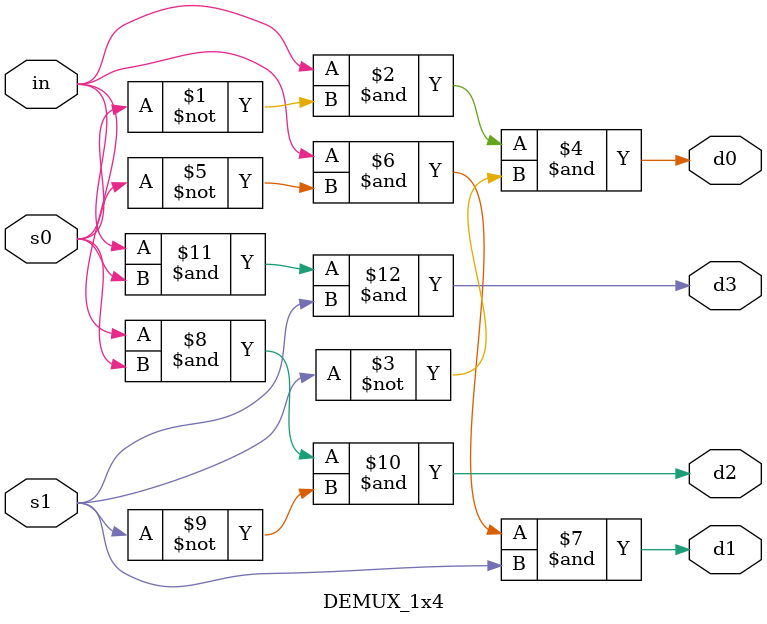
<source format=v>
module DEMUX_1x4(input in, s0, s1, output d0, d1, d2, d3);
    and (d0, in, (~s0), (~s1));
    and (d1, in, (~s0), s1);
    and (d2, in, s0, (~s1));
    and (d3, in, s0, s1);
endmodule
</source>
